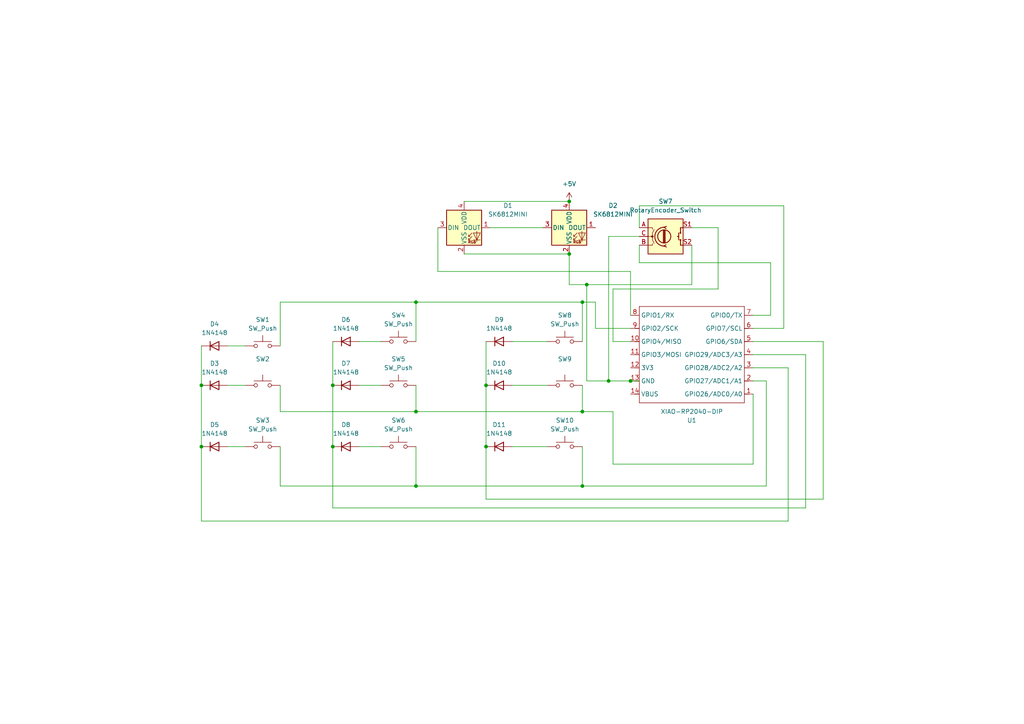
<source format=kicad_sch>
(kicad_sch (version 20250114) (generator "eeschema") (generator_version "9.0")
  (paper "A4")
  (lib_symbols
    (symbol "Device:RotaryEncoder_Switch" (pin_names (offset 0.254) (hide yes))
      (property "Reference" "SW" (at 0 6.604 0))
      (property "Value" "RotaryEncoder_Switch" (at 0 -6.604 0))
      (symbol "RotaryEncoder_Switch_0_1"
        (rectangle (start -5.08 5.08) (end 5.08 -5.08) (stroke (width 0.254)) (fill (type background)))
        (polyline (pts (xy -5.08 2.54) (xy -3.81 2.54) (xy -3.81 2.032)))
        (polyline (pts (xy -5.08 0) (xy -3.81 0) (xy -3.81 -1.016) (xy -3.302 -2.032)))
        (polyline (pts (xy -5.08 -2.54) (xy -3.81 -2.54) (xy -3.81 -2.032)))
        (polyline (pts (xy -4.318 0) (xy -3.81 0) (xy -3.81 1.016) (xy -3.302 2.032)))
        (circle (center -3.81 0) (radius 0.254) (fill (type outline)))
        (polyline (pts (xy -0.635 -1.778) (xy -0.635 1.778)) (stroke (width 0.254)))
        (circle (center -0.381 0) (radius 1.905) (stroke (width 0.254)))
        (polyline (pts (xy -0.381 -1.778) (xy -0.381 1.778)) (stroke (width 0.254)))
        (arc (start -0.381 -2.794) (mid -3.0988 -0.0635) (end -0.381 2.667) (stroke (width 0.254)))
        (polyline (pts (xy -0.127 1.778) (xy -0.127 -1.778)) (stroke (width 0.254)))
        (polyline (pts (xy 0.254 2.921) (xy -0.508 2.667) (xy 0.127 2.286)) (stroke (width 0.254)))
        (polyline (pts (xy 0.254 -3.048) (xy -0.508 -2.794) (xy 0.127 -2.413)) (stroke (width 0.254)))
        (polyline (pts (xy 3.81 1.016) (xy 3.81 -1.016)) (stroke (width 0.254)))
        (polyline (pts (xy 3.81 0) (xy 3.429 0)) (stroke (width 0.254)))
        (circle (center 4.318 1.016) (radius 0.127) (stroke (width 0.254)))
        (circle (center 4.318 -1.016) (radius 0.127) (stroke (width 0.254)))
        (polyline (pts (xy 5.08 2.54) (xy 4.318 2.54) (xy 4.318 1.016)) (stroke (width 0.254)))
        (polyline (pts (xy 5.08 -2.54) (xy 4.318 -2.54) (xy 4.318 -1.016)) (stroke (width 0.254)))
      )
      (symbol "RotaryEncoder_Switch_1_1"
        (pin passive line (at -7.62 2.54 0) (length 2.54) (name "A") (number "A"))
        (pin passive line (at -7.62 0 0) (length 2.54) (name "C") (number "C"))
        (pin passive line (at -7.62 -2.54 0) (length 2.54) (name "B") (number "B"))
        (pin passive line (at 7.62 2.54 180) (length 2.54) (name "S1") (number "S1"))
        (pin passive line (at 7.62 -2.54 180) (length 2.54) (name "S2") (number "S2"))
      )
    )
    (symbol "Diode:1N4148" (pin_numbers (hide yes)) (pin_names (hide yes))
      (property "Reference" "D" (at 0 2.54 0))
      (property "Value" "1N4148" (at 0 -2.54 0))
      (symbol "1N4148_0_1"
        (polyline (pts (xy -1.27 1.27) (xy -1.27 -1.27)) (stroke (width 0.254)))
        (polyline (pts (xy 1.27 1.27) (xy 1.27 -1.27) (xy -1.27 0) (xy 1.27 1.27)) (stroke (width 0.254)))
        (polyline (pts (xy 1.27 0) (xy -1.27 0)))
      )
      (symbol "1N4148_1_1"
        (pin passive line (at -3.81 0 0) (length 2.54) (name "K") (number "1"))
        (pin passive line (at 3.81 0 180) (length 2.54) (name "A") (number "2"))
      )
    )
    (symbol "LED:SK6812MINI" (pin_names (offset 0.254))
      (property "Reference" "D" (at 5.08 5.715 0))
      (property "Value" "SK6812MINI" (at 1.27 -5.715 0))
      (symbol "SK6812MINI_0_0"
        (text "RGB" (at 2.286 -4.191 0) (effects (font (size 0.762 0.762))))
      )
      (symbol "SK6812MINI_0_1"
        (polyline (pts (xy 1.27 -2.54) (xy 1.778 -2.54)))
        (polyline (pts (xy 1.27 -3.556) (xy 1.778 -3.556)))
        (polyline (pts (xy 2.286 -1.524) (xy 1.27 -2.54) (xy 1.27 -2.032)))
        (polyline (pts (xy 2.286 -2.54) (xy 1.27 -3.556) (xy 1.27 -3.048)))
        (polyline (pts (xy 3.683 -1.016) (xy 3.683 -3.556) (xy 3.683 -4.064)))
        (polyline (pts (xy 4.699 -1.524) (xy 2.667 -1.524) (xy 3.683 -3.556) (xy 4.699 -1.524)))
        (polyline (pts (xy 4.699 -3.556) (xy 2.667 -3.556)))
        (rectangle (start 5.08 5.08) (end -5.08 -5.08) (stroke (width 0.254)) (fill (type background)))
      )
      (symbol "SK6812MINI_1_1"
        (pin input line (at -7.62 0 0) (length 2.54) (name "DIN") (number "3"))
        (pin power_in line (at 0 7.62 270) (length 2.54) (name "VDD") (number "4"))
        (pin power_in line (at 0 -7.62 90) (length 2.54) (name "VSS") (number "2"))
        (pin output line (at 7.62 0 180) (length 2.54) (name "DOUT") (number "1"))
      )
    )
    (symbol "Seeed_Studio_XIAO_Series:XIAO-RP2040-DIP"
      (property "Reference" "U" (at 0 0 0))
      (property "Value" "XIAO-RP2040-DIP" (at 5.334 -1.778 0))
      (symbol "XIAO-RP2040-DIP_1_0"
        (polyline (pts (xy -1.27 -2.54) (xy 29.21 -2.54)) (stroke (width 0.1524)))
        (polyline (pts (xy -1.27 -5.08) (xy -2.54 -5.08)) (stroke (width 0.1524)))
        (polyline (pts (xy -1.27 -5.08) (xy -1.27 -2.54)) (stroke (width 0.1524)))
        (polyline (pts (xy -1.27 -8.89) (xy -2.54 -8.89)) (stroke (width 0.1524)))
        (polyline (pts (xy -1.27 -8.89) (xy -1.27 -5.08)) (stroke (width 0.1524)))
        (polyline (pts (xy -1.27 -12.7) (xy -2.54 -12.7)) (stroke (width 0.1524)))
        (polyline (pts (xy -1.27 -12.7) (xy -1.27 -8.89)) (stroke (width 0.1524)))
        (polyline (pts (xy -1.27 -16.51) (xy -2.54 -16.51)) (stroke (width 0.1524)))
        (polyline (pts (xy -1.27 -16.51) (xy -1.27 -12.7)) (stroke (width 0.1524)))
        (polyline (pts (xy -1.27 -20.32) (xy -2.54 -20.32)) (stroke (width 0.1524)))
        (polyline (pts (xy -1.27 -24.13) (xy -2.54 -24.13)) (stroke (width 0.1524)))
        (polyline (pts (xy -1.27 -27.94) (xy -2.54 -27.94)) (stroke (width 0.1524)))
        (polyline (pts (xy -1.27 -30.48) (xy -1.27 -16.51)) (stroke (width 0.1524)))
        (polyline (pts (xy 29.21 -2.54) (xy 29.21 -5.08)) (stroke (width 0.1524)))
        (polyline (pts (xy 29.21 -5.08) (xy 29.21 -8.89)) (stroke (width 0.1524)))
        (polyline (pts (xy 29.21 -8.89) (xy 29.21 -12.7)) (stroke (width 0.1524)))
        (polyline (pts (xy 29.21 -12.7) (xy 29.21 -30.48)) (stroke (width 0.1524)))
        (polyline (pts (xy 29.21 -30.48) (xy -1.27 -30.48)) (stroke (width 0.1524)))
        (polyline (pts (xy 30.48 -5.08) (xy 29.21 -5.08)) (stroke (width 0.1524)))
        (polyline (pts (xy 30.48 -8.89) (xy 29.21 -8.89)) (stroke (width 0.1524)))
        (polyline (pts (xy 30.48 -12.7) (xy 29.21 -12.7)) (stroke (width 0.1524)))
        (polyline (pts (xy 30.48 -16.51) (xy 29.21 -16.51)) (stroke (width 0.1524)))
        (polyline (pts (xy 30.48 -20.32) (xy 29.21 -20.32)) (stroke (width 0.1524)))
        (polyline (pts (xy 30.48 -24.13) (xy 29.21 -24.13)) (stroke (width 0.1524)))
        (polyline (pts (xy 30.48 -27.94) (xy 29.21 -27.94)) (stroke (width 0.1524)))
        (pin passive line (at -3.81 -5.08 0) (length 2.54) (name "GPIO26/ADC0/A0") (number "1"))
        (pin passive line (at -3.81 -8.89 0) (length 2.54) (name "GPIO27/ADC1/A1") (number "2"))
        (pin passive line (at -3.81 -12.7 0) (length 2.54) (name "GPIO28/ADC2/A2") (number "3"))
        (pin passive line (at -3.81 -16.51 0) (length 2.54) (name "GPIO29/ADC3/A3") (number "4"))
        (pin passive line (at -3.81 -20.32 0) (length 2.54) (name "GPIO6/SDA") (number "5"))
        (pin passive line (at -3.81 -24.13 0) (length 2.54) (name "GPIO7/SCL") (number "6"))
        (pin passive line (at -3.81 -27.94 0) (length 2.54) (name "GPIO0/TX") (number "7"))
        (pin passive line (at 31.75 -5.08 180) (length 2.54) (name "VBUS") (number "14"))
        (pin passive line (at 31.75 -8.89 180) (length 2.54) (name "GND") (number "13"))
        (pin passive line (at 31.75 -12.7 180) (length 2.54) (name "3V3") (number "12"))
        (pin passive line (at 31.75 -16.51 180) (length 2.54) (name "GPIO3/MOSI") (number "11"))
        (pin passive line (at 31.75 -20.32 180) (length 2.54) (name "GPIO4/MISO") (number "10"))
        (pin passive line (at 31.75 -24.13 180) (length 2.54) (name "GPIO2/SCK") (number "9"))
        (pin passive line (at 31.75 -27.94 180) (length 2.54) (name "GPIO1/RX") (number "8"))
      )
    )
    (symbol "Switch:SW_Push" (pin_numbers (hide yes)) (pin_names (offset 1.016) (hide yes))
      (property "Reference" "SW" (at 1.27 2.54 0))
      (property "Value" "SW_Push" (at 0 -1.524 0))
      (symbol "SW_Push_0_1"
        (circle (center -2.032 0) (radius 0.508))
        (polyline (pts (xy 0 1.27) (xy 0 3.048)))
        (circle (center 2.032 0) (radius 0.508))
        (polyline (pts (xy 2.54 1.27) (xy -2.54 1.27)))
        (pin passive line (at -5.08 0 0) (length 2.54) (name "1") (number "1"))
        (pin passive line (at 5.08 0 180) (length 2.54) (name "2") (number "2"))
      )
    )
    (symbol "power:+5V" (power) (pin_numbers (hide yes)) (pin_names (offset 0) (hide yes))
      (property "Value" "+5V" (at 0 3.556 0))
      (symbol "+5V_0_1"
        (polyline (pts (xy -0.762 1.27) (xy 0 2.54)))
        (polyline (pts (xy 0 2.54) (xy 0.762 1.27)))
        (polyline (pts (xy 0 0) (xy 0 2.54)))
      )
      (symbol "+5V_1_1"
        (pin power_in line (at 0 0 90) (length 0) (name "~") (number "1"))
      )
    )
  )
  (junction (at 120.65 140.97))
  (junction (at 140.97 129.54))
  (junction (at 165.1 73.66))
  (junction (at 120.65 87.63))
  (junction (at 168.91 87.63))
  (junction (at 58.42 129.54))
  (junction (at 165.1 58.42))
  (junction (at 182.88 110.49))
  (junction (at 120.65 119.38))
  (junction (at 168.91 140.97))
  (junction (at 96.52 129.54))
  (junction (at 58.42 111.76))
  (junction (at 170.18 82.55))
  (junction (at 140.97 111.76))
  (junction (at 168.91 119.38))
  (junction (at 176.53 110.49))
  (junction (at 96.52 111.76))
  (wire (pts (xy 177.8 83.82) (xy 177.8 99.06)))
  (wire (pts (xy 66.04 111.76) (xy 71.12 111.76)))
  (wire (pts (xy 222.25 140.97) (xy 222.25 110.49)))
  (wire (pts (xy 120.65 140.97) (xy 168.91 140.97)))
  (wire (pts (xy 185.42 66.04) (xy 185.42 59.69)))
  (wire (pts (xy 127 66.04) (xy 127 78.74)))
  (wire (pts (xy 165.1 73.66) (xy 165.1 82.55)))
  (wire (pts (xy 120.65 129.54) (xy 120.65 140.97)))
  (wire (pts (xy 222.25 110.49) (xy 218.44 110.49)))
  (wire (pts (xy 96.52 129.54) (xy 96.52 147.32)))
  (wire (pts (xy 200.66 66.04) (xy 208.28 66.04)))
  (wire (pts (xy 233.68 147.32) (xy 233.68 102.87)))
  (wire (pts (xy 208.28 83.82) (xy 177.8 83.82)))
  (wire (pts (xy 168.91 99.06) (xy 168.91 87.63)))
  (wire (pts (xy 81.28 140.97) (xy 120.65 140.97)))
  (wire (pts (xy 200.66 71.12) (xy 200.66 82.55)))
  (wire (pts (xy 104.14 129.54) (xy 110.49 129.54)))
  (wire (pts (xy 218.44 106.68) (xy 228.6 106.68)))
  (wire (pts (xy 58.42 111.76) (xy 58.42 129.54)))
  (wire (pts (xy 218.44 99.06) (xy 238.76 99.06)))
  (wire (pts (xy 185.42 68.58) (xy 176.53 68.58)))
  (wire (pts (xy 104.14 99.06) (xy 110.49 99.06)))
  (wire (pts (xy 223.52 76.2) (xy 223.52 91.44)))
  (wire (pts (xy 176.53 68.58) (xy 176.53 110.49)))
  (wire (pts (xy 134.62 58.42) (xy 165.1 58.42)))
  (wire (pts (xy 182.88 78.74) (xy 182.88 91.44)))
  (wire (pts (xy 168.91 129.54) (xy 168.91 140.97)))
  (wire (pts (xy 223.52 91.44) (xy 218.44 91.44)))
  (wire (pts (xy 165.1 82.55) (xy 170.18 82.55)))
  (wire (pts (xy 127 78.74) (xy 182.88 78.74)))
  (wire (pts (xy 81.28 129.54) (xy 81.28 140.97)))
  (wire (pts (xy 172.72 95.25) (xy 182.88 95.25)))
  (wire (pts (xy 228.6 106.68) (xy 228.6 151.13)))
  (wire (pts (xy 58.42 129.54) (xy 58.42 151.13)))
  (wire (pts (xy 168.91 119.38) (xy 177.8 119.38)))
  (wire (pts (xy 228.6 151.13) (xy 58.42 151.13)))
  (wire (pts (xy 148.59 111.76) (xy 158.75 111.76)))
  (wire (pts (xy 200.66 82.55) (xy 170.18 82.55)))
  (wire (pts (xy 233.68 102.87) (xy 218.44 102.87)))
  (wire (pts (xy 96.52 99.06) (xy 96.52 111.76)))
  (wire (pts (xy 177.8 119.38) (xy 177.8 134.62)))
  (wire (pts (xy 140.97 99.06) (xy 140.97 111.76)))
  (wire (pts (xy 66.04 100.33) (xy 71.12 100.33)))
  (wire (pts (xy 185.42 71.12) (xy 185.42 76.2)))
  (wire (pts (xy 81.28 100.33) (xy 81.28 87.63)))
  (wire (pts (xy 120.65 87.63) (xy 120.65 99.06)))
  (wire (pts (xy 104.14 111.76) (xy 110.49 111.76)))
  (wire (pts (xy 148.59 129.54) (xy 158.75 129.54)))
  (wire (pts (xy 238.76 144.78) (xy 140.97 144.78)))
  (wire (pts (xy 134.62 73.66) (xy 165.1 73.66)))
  (wire (pts (xy 120.65 119.38) (xy 168.91 119.38)))
  (wire (pts (xy 168.91 87.63) (xy 172.72 87.63)))
  (wire (pts (xy 81.28 87.63) (xy 120.65 87.63)))
  (wire (pts (xy 176.53 110.49) (xy 182.88 110.49)))
  (wire (pts (xy 58.42 100.33) (xy 58.42 111.76)))
  (wire (pts (xy 168.91 140.97) (xy 222.25 140.97)))
  (wire (pts (xy 168.91 111.76) (xy 168.91 119.38)))
  (wire (pts (xy 185.42 59.69) (xy 227.33 59.69)))
  (wire (pts (xy 218.44 95.25) (xy 227.33 95.25)))
  (wire (pts (xy 218.44 134.62) (xy 218.44 114.3)))
  (wire (pts (xy 140.97 111.76) (xy 140.97 129.54)))
  (wire (pts (xy 172.72 87.63) (xy 172.72 95.25)))
  (wire (pts (xy 148.59 99.06) (xy 158.75 99.06)))
  (wire (pts (xy 177.8 99.06) (xy 182.88 99.06)))
  (wire (pts (xy 142.24 66.04) (xy 157.48 66.04)))
  (wire (pts (xy 182.88 110.49) (xy 185.42 110.49)))
  (wire (pts (xy 120.65 111.76) (xy 120.65 119.38)))
  (wire (pts (xy 177.8 134.62) (xy 218.44 134.62)))
  (wire (pts (xy 227.33 59.69) (xy 227.33 95.25)))
  (wire (pts (xy 140.97 129.54) (xy 140.97 144.78)))
  (wire (pts (xy 96.52 147.32) (xy 233.68 147.32)))
  (wire (pts (xy 96.52 111.76) (xy 96.52 129.54)))
  (wire (pts (xy 170.18 82.55) (xy 170.18 110.49)))
  (wire (pts (xy 120.65 87.63) (xy 168.91 87.63)))
  (wire (pts (xy 81.28 119.38) (xy 120.65 119.38)))
  (wire (pts (xy 185.42 76.2) (xy 223.52 76.2)))
  (wire (pts (xy 170.18 110.49) (xy 176.53 110.49)))
  (wire (pts (xy 238.76 99.06) (xy 238.76 144.78)))
  (wire (pts (xy 66.04 129.54) (xy 71.12 129.54)))
  (wire (pts (xy 81.28 111.76) (xy 81.28 119.38)))
  (wire (pts (xy 208.28 66.04) (xy 208.28 83.82)))
  (symbol (lib_id "Diode:1N4148") (at 100.33 111.76 0) (unit 1)
    (property "Reference" "D7" (at 100.33 105.41 0))
    (property "Value" "1N4148" (at 100.33 107.95 0))
    (property "Footprint" "Diode_THT:D_DO-35_SOD27_P7.62mm_Horizontal" (effects (hide yes)))
    (property "Datasheet" "https://assets.nexperia.com/documents/data-sheet/1N4148_1N4448.pdf" (effects (hide yes)))
    (property "Description" "100V 0.15A standard switching diode, DO-35" (effects (hide yes)))
    (property "Sim.Device" "D" (effects (hide yes)))
    (property "Sim.Pins" "1=K 2=A" (effects (hide yes)))
  )
  (symbol (lib_id "Switch:SW_Push") (at 163.83 99.06 0) (unit 1)
    (property "Reference" "SW8" (at 163.83 91.44 0))
    (property "Value" "SW_Push" (at 163.83 93.98 0))
    (property "Footprint" "Button_Switch_Keyboard:SW_Cherry_MX_1.00u_PCB" (effects (hide yes)))
    (property "Description" "Push button switch, generic, two pins" (effects (hide yes)))
  )
  (symbol (lib_id "Switch:SW_Push") (at 115.57 111.76 0) (unit 1)
    (property "Reference" "SW5" (at 115.57 104.14 0))
    (property "Value" "SW_Push" (at 115.57 106.68 0))
    (property "Footprint" "Button_Switch_Keyboard:SW_Cherry_MX_1.00u_PCB" (effects (hide yes)))
    (property "Description" "Push button switch, generic, two pins" (effects (hide yes)))
  )
  (symbol (lib_id "Seeed_Studio_XIAO_Series:XIAO-RP2040-DIP") (at 214.63 119.38 180) (unit 1)
    (property "Reference" "U1" (at 200.66 121.92 0))
    (property "Value" "XIAO-RP2040-DIP" (at 200.66 119.38 0))
    (property "Footprint" "Seeed Studio XIAO Series Library:XIAO-RP2040-DIP" (effects (hide yes)))
  )
  (symbol (lib_id "Diode:1N4148") (at 62.23 111.76 0) (unit 1)
    (property "Reference" "D3" (at 62.23 105.41 0))
    (property "Value" "1N4148" (at 62.23 107.95 0))
    (property "Footprint" "Diode_THT:D_DO-35_SOD27_P7.62mm_Horizontal" (effects (hide yes)))
    (property "Datasheet" "https://assets.nexperia.com/documents/data-sheet/1N4148_1N4448.pdf" (effects (hide yes)))
    (property "Description" "100V 0.15A standard switching diode, DO-35" (effects (hide yes)))
    (property "Sim.Device" "D" (effects (hide yes)))
    (property "Sim.Pins" "1=K 2=A" (effects (hide yes)))
  )
  (symbol (lib_id "Diode:1N4148") (at 100.33 129.54 0) (unit 1)
    (property "Reference" "D8" (at 100.33 123.19 0))
    (property "Value" "1N4148" (at 100.33 125.73 0))
    (property "Footprint" "Diode_THT:D_DO-35_SOD27_P7.62mm_Horizontal" (effects (hide yes)))
    (property "Datasheet" "https://assets.nexperia.com/documents/data-sheet/1N4148_1N4448.pdf" (effects (hide yes)))
    (property "Description" "100V 0.15A standard switching diode, DO-35" (effects (hide yes)))
    (property "Sim.Device" "D" (effects (hide yes)))
    (property "Sim.Pins" "1=K 2=A" (effects (hide yes)))
  )
  (symbol (lib_id "Switch:SW_Push") (at 115.57 129.54 0) (unit 1)
    (property "Reference" "SW6" (at 115.57 121.92 0))
    (property "Value" "SW_Push" (at 115.57 124.46 0))
    (property "Footprint" "Button_Switch_Keyboard:SW_Cherry_MX_1.00u_PCB" (effects (hide yes)))
    (property "Description" "Push button switch, generic, two pins" (effects (hide yes)))
  )
  (symbol (lib_id "Switch:SW_Push") (at 76.2 129.54 0) (unit 1)
    (property "Reference" "SW3" (at 76.2 121.92 0))
    (property "Value" "SW_Push" (at 76.2 124.46 0))
    (property "Footprint" "Button_Switch_Keyboard:SW_Cherry_MX_1.00u_PCB" (effects (hide yes)))
    (property "Description" "Push button switch, generic, two pins" (effects (hide yes)))
  )
  (symbol (lib_id "Diode:1N4148") (at 62.23 129.54 0) (unit 1)
    (property "Reference" "D5" (at 62.23 123.19 0))
    (property "Value" "1N4148" (at 62.23 125.73 0))
    (property "Footprint" "Diode_THT:D_DO-35_SOD27_P7.62mm_Horizontal" (effects (hide yes)))
    (property "Datasheet" "https://assets.nexperia.com/documents/data-sheet/1N4148_1N4448.pdf" (effects (hide yes)))
    (property "Description" "100V 0.15A standard switching diode, DO-35" (effects (hide yes)))
    (property "Sim.Device" "D" (effects (hide yes)))
    (property "Sim.Pins" "1=K 2=A" (effects (hide yes)))
  )
  (symbol (lib_id "LED:SK6812MINI") (at 134.62 66.04 0) (unit 1)
    (property "Reference" "D1" (at 147.32 59.6198 0))
    (property "Value" "SK6812MINI" (at 147.32 62.1598 0))
    (property "Footprint" "LED_SMD:LED_SK6812MINI_PLCC4_3.5x3.5mm_P1.75mm" (effects (hide yes)))
    (property "Datasheet" "https://cdn-shop.adafruit.com/product-files/2686/SK6812MINI_REV.01-1-2.pdf" (effects (hide yes)))
    (property "Description" "RGB LED with integrated controller" (effects (hide yes)))
  )
  (symbol (lib_id "Switch:SW_Push") (at 76.2 100.33 0) (unit 1)
    (property "Reference" "SW1" (at 76.2 92.71 0))
    (property "Value" "SW_Push" (at 76.2 95.25 0))
    (property "Footprint" "Button_Switch_Keyboard:SW_Cherry_MX_1.00u_PCB" (effects (hide yes)))
    (property "Description" "Push button switch, generic, two pins" (effects (hide yes)))
  )
  (symbol (lib_id "LED:SK6812MINI") (at 165.1 66.04 0) (unit 1)
    (property "Reference" "D2" (at 177.8 59.6198 0))
    (property "Value" "SK6812MINI" (at 177.8 62.1598 0))
    (property "Footprint" "LED_SMD:LED_SK6812MINI_PLCC4_3.5x3.5mm_P1.75mm" (effects (hide yes)))
    (property "Datasheet" "https://cdn-shop.adafruit.com/product-files/2686/SK6812MINI_REV.01-1-2.pdf" (effects (hide yes)))
    (property "Description" "RGB LED with integrated controller" (effects (hide yes)))
  )
  (symbol (lib_id "Switch:SW_Push") (at 163.83 129.54 0) (unit 1)
    (property "Reference" "SW10" (at 163.83 121.92 0))
    (property "Value" "SW_Push" (at 163.83 124.46 0))
    (property "Footprint" "Button_Switch_Keyboard:SW_Cherry_MX_1.00u_PCB" (effects (hide yes)))
    (property "Description" "Push button switch, generic, two pins" (effects (hide yes)))
  )
  (symbol (lib_id "Switch:SW_Push") (at 76.2 111.76 0) (unit 1)
    (property "Reference" "SW2" (at 76.2 104.14 0))
    (property "Value" "SW_Push" (effects (hide yes)))
    (property "Footprint" "Button_Switch_Keyboard:SW_Cherry_MX_1.00u_PCB" (effects (hide yes)))
    (property "Description" "Push button switch, generic, two pins" (effects (hide yes)))
  )
  (symbol (lib_id "Device:RotaryEncoder_Switch") (at 193.04 68.58 0) (unit 1)
    (property "Reference" "SW7" (at 193.04 58.42 0))
    (property "Value" "RotaryEncoder_Switch" (at 193.04 60.96 0))
    (property "Footprint" "Rotary_Encoder:RotaryEncoder_Alps_EC11E-Switch_Vertical_H20mm_CircularMountingHoles" (effects (hide yes)))
    (property "Description" "Rotary encoder, dual channel, incremental quadrate outputs, with switch" (effects (hide yes)))
  )
  (symbol (lib_id "Diode:1N4148") (at 144.78 99.06 0) (unit 1)
    (property "Reference" "D9" (at 144.78 92.71 0))
    (property "Value" "1N4148" (at 144.78 95.25 0))
    (property "Footprint" "Diode_THT:D_DO-35_SOD27_P7.62mm_Horizontal" (effects (hide yes)))
    (property "Datasheet" "https://assets.nexperia.com/documents/data-sheet/1N4148_1N4448.pdf" (effects (hide yes)))
    (property "Description" "100V 0.15A standard switching diode, DO-35" (effects (hide yes)))
    (property "Sim.Device" "D" (effects (hide yes)))
    (property "Sim.Pins" "1=K 2=A" (effects (hide yes)))
  )
  (symbol (lib_id "Diode:1N4148") (at 144.78 111.76 0) (unit 1)
    (property "Reference" "D10" (at 144.78 105.41 0))
    (property "Value" "1N4148" (at 144.78 107.95 0))
    (property "Footprint" "Diode_THT:D_DO-35_SOD27_P7.62mm_Horizontal" (effects (hide yes)))
    (property "Datasheet" "https://assets.nexperia.com/documents/data-sheet/1N4148_1N4448.pdf" (effects (hide yes)))
    (property "Description" "100V 0.15A standard switching diode, DO-35" (effects (hide yes)))
    (property "Sim.Device" "D" (effects (hide yes)))
    (property "Sim.Pins" "1=K 2=A" (effects (hide yes)))
  )
  (symbol (lib_id "Diode:1N4148") (at 144.78 129.54 0) (unit 1)
    (property "Reference" "D11" (at 144.78 123.19 0))
    (property "Value" "1N4148" (at 144.78 125.73 0))
    (property "Footprint" "Diode_THT:D_DO-35_SOD27_P7.62mm_Horizontal" (effects (hide yes)))
    (property "Datasheet" "https://assets.nexperia.com/documents/data-sheet/1N4148_1N4448.pdf" (effects (hide yes)))
    (property "Description" "100V 0.15A standard switching diode, DO-35" (effects (hide yes)))
    (property "Sim.Device" "D" (effects (hide yes)))
    (property "Sim.Pins" "1=K 2=A" (effects (hide yes)))
  )
  (symbol (lib_id "Switch:SW_Push") (at 115.57 99.06 0) (unit 1)
    (property "Reference" "SW4" (at 115.57 91.44 0))
    (property "Value" "SW_Push" (at 115.57 93.98 0))
    (property "Footprint" "Button_Switch_Keyboard:SW_Cherry_MX_1.00u_PCB" (effects (hide yes)))
    (property "Description" "Push button switch, generic, two pins" (effects (hide yes)))
  )
  (symbol (lib_id "Switch:SW_Push") (at 163.83 111.76 0) (unit 1)
    (property "Reference" "SW9" (at 163.83 104.14 0))
    (property "Value" "SW_Push" (effects (hide yes)))
    (property "Footprint" "Button_Switch_Keyboard:SW_Cherry_MX_1.00u_PCB" (effects (hide yes)))
    (property "Description" "Push button switch, generic, two pins" (effects (hide yes)))
  )
  (symbol (lib_id "power:+5V") (at 165.1 58.42 0) (unit 1)
    (property "Reference" "#PWR01" (effects (hide yes)))
    (property "Value" "+5V" (at 165.1 53.34 0))
    (property "Description" "Power symbol creates a global label with name \"+5V\"" (effects (hide yes)))
  )
  (symbol (lib_id "Diode:1N4148") (at 62.23 100.33 0) (unit 1)
    (property "Reference" "D4" (at 62.23 93.98 0))
    (property "Value" "1N4148" (at 62.23 96.52 0))
    (property "Footprint" "Diode_THT:D_DO-35_SOD27_P7.62mm_Horizontal" (effects (hide yes)))
    (property "Datasheet" "https://assets.nexperia.com/documents/data-sheet/1N4148_1N4448.pdf" (effects (hide yes)))
    (property "Description" "100V 0.15A standard switching diode, DO-35" (effects (hide yes)))
    (property "Sim.Device" "D" (effects (hide yes)))
    (property "Sim.Pins" "1=K 2=A" (effects (hide yes)))
  )
  (symbol (lib_id "Diode:1N4148") (at 100.33 99.06 0) (unit 1)
    (property "Reference" "D6" (at 100.33 92.71 0))
    (property "Value" "1N4148" (at 100.33 95.25 0))
    (property "Footprint" "Diode_THT:D_DO-35_SOD27_P7.62mm_Horizontal" (effects (hide yes)))
    (property "Datasheet" "https://assets.nexperia.com/documents/data-sheet/1N4148_1N4448.pdf" (effects (hide yes)))
    (property "Description" "100V 0.15A standard switching diode, DO-35" (effects (hide yes)))
    (property "Sim.Device" "D" (effects (hide yes)))
    (property "Sim.Pins" "1=K 2=A" (effects (hide yes)))
  )
)
</source>
